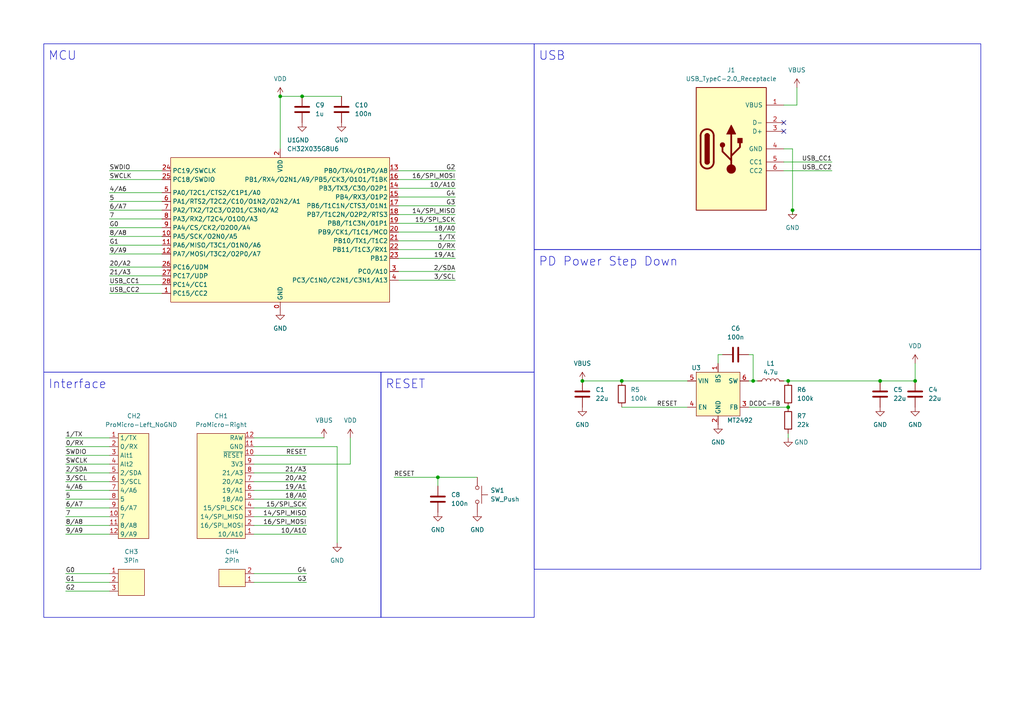
<source format=kicad_sch>
(kicad_sch (version 20230121) (generator eeschema)
  (paper "A4")
  (title_block (title "ch32x035 ProMicro") (date "2023-09-18") (rev "1.0.0") (company "@74th"))
  (lib_symbols
    (symbol "74th_Interface:2Pin"
      (property "Reference" "CH" (at 0 2.54 0))
      (property "Value" "2Pin" (at 0 5.08 0))
      (symbol "2Pin_0_1"
        (rectangle (start -3.81 1.27) (end 3.81 -3.81) (stroke (width 0.1524)) (fill (type background)))
      )
      (symbol "2Pin_1_1"
        (pin bidirectional line (at 6.35 0 180) (length 2.54) (name "") (number "1"))
        (pin bidirectional line (at 6.35 -2.54 180) (length 2.54) (name "") (number "2"))
      )
    )
    (symbol "74th_Interface:3Pin"
      (property "Reference" "CH" (at 0 2.54 0))
      (property "Value" "3Pin" (at 0 5.08 0))
      (symbol "3Pin_0_1"
        (rectangle (start -3.81 1.27) (end 3.81 -6.35) (stroke (width 0.1524)) (fill (type background)))
      )
      (symbol "3Pin_1_1"
        (pin bidirectional line (at 6.35 0 180) (length 2.54) (name "") (number "1"))
        (pin bidirectional line (at 6.35 -2.54 180) (length 2.54) (name "") (number "2"))
        (pin bidirectional line (at 6.35 -5.08 180) (length 2.54) (name "") (number "3"))
      )
    )
    (symbol "74th_Interface:ProMicro-Left_NoGND"
      (property "Reference" "CH" (at 0 12.7 0))
      (property "Value" "ProMicro-Left_NoGND" (at 0 15.24 0))
      (symbol "ProMicro-Left_NoGND_0_1"
        (rectangle (start -3.81 11.43) (end 5.08 -19.05) (stroke (width 0.1524)) (fill (type background)))
      )
      (symbol "ProMicro-Left_NoGND_1_1"
        (pin bidirectional line (at -6.35 10.16 0) (length 2.54) (name "1/TX") (number "1"))
        (pin bidirectional line (at -6.35 -12.7 0) (length 2.54) (name "7") (number "10"))
        (pin bidirectional line (at -6.35 -15.24 0) (length 2.54) (name "8/A8") (number "11"))
        (pin bidirectional line (at -6.35 -17.78 0) (length 2.54) (name "9/A9") (number "12"))
        (pin bidirectional line (at -6.35 7.62 0) (length 2.54) (name "0/RX") (number "2"))
        (pin bidirectional line (at -6.35 5.08 0) (length 2.54) (name "Alt1") (number "3"))
        (pin bidirectional line (at -6.35 2.54 0) (length 2.54) (name "Alt2") (number "4"))
        (pin bidirectional line (at -6.35 0 0) (length 2.54) (name "2/SDA") (number "5"))
        (pin bidirectional line (at -6.35 -2.54 0) (length 2.54) (name "3/SCL") (number "6"))
        (pin bidirectional line (at -6.35 -5.08 0) (length 2.54) (name "4/A6") (number "7"))
        (pin bidirectional line (at -6.35 -7.62 0) (length 2.54) (name "5") (number "8"))
        (pin bidirectional line (at -6.35 -10.16 0) (length 2.54) (name "6/A7") (number "9"))
      )
    )
    (symbol "74th_Interface:ProMicro-Right"
      (property "Reference" "CH" (at 0 12.7 0))
      (property "Value" "ProMicro-Right" (at 0 15.24 0))
      (symbol "ProMicro-Right_0_1"
        (rectangle (start -3.81 11.43) (end 10.16 -19.05) (stroke (width 0.1524)) (fill (type background)))
      )
      (symbol "ProMicro-Right_1_1"
        (pin bidirectional line (at 12.7 -17.78 180) (length 2.54) (name "10/A10") (number "1"))
        (pin input line (at 12.7 5.08 180) (length 2.54) (name "~{RESET}") (number "10"))
        (pin power_in line (at 12.7 7.62 180) (length 2.54) (name "GND") (number "11"))
        (pin power_in line (at 12.7 10.16 180) (length 2.54) (name "RAW") (number "12"))
        (pin bidirectional line (at 12.7 -15.24 180) (length 2.54) (name "16/SPI_MOSI") (number "2"))
        (pin bidirectional line (at 12.7 -12.7 180) (length 2.54) (name "14/SPI_MISO") (number "3"))
        (pin bidirectional line (at 12.7 -10.16 180) (length 2.54) (name "15/SPI_SCK") (number "4"))
        (pin bidirectional line (at 12.7 -7.62 180) (length 2.54) (name "18/A0") (number "5"))
        (pin bidirectional line (at 12.7 -5.08 180) (length 2.54) (name "19/A1") (number "6"))
        (pin bidirectional line (at 12.7 -2.54 180) (length 2.54) (name "20/A2") (number "7"))
        (pin bidirectional line (at 12.7 0 180) (length 2.54) (name "21/A3") (number "8"))
        (pin power_in line (at 12.7 2.54 180) (length 2.54) (name "3V3") (number "9"))
      )
    )
    (symbol "74th_Interface:USB_TypeC-2.0_Receptacle" (pin_names (offset 1.016))
      (property "Reference" "J" (at -10.16 19.05 0))
      (property "Value" "USB_TypeC-2.0_Receptacle" (at 15.24 19.05 0))
      (symbol "USB_TypeC-2.0_Receptacle_0_1"
        (rectangle (start -10.16 17.78) (end 10.16 -17.78) (stroke (width 0.254)) (fill (type background)))
        (arc (start -8.89 -3.81) (mid -6.985 -5.7067) (end -5.08 -3.81) (stroke (width 0.508)))
        (arc (start -7.62 -3.81) (mid -6.985 -4.4423) (end -6.35 -3.81) (stroke (width 0.254)))
        (arc (start -7.62 -3.81) (mid -6.985 -4.4423) (end -6.35 -3.81) (stroke (width 0.254)) (fill (type outline)))
        (rectangle (start -7.62 -3.81) (end -6.35 3.81) (stroke (width 0.254)) (fill (type outline)))
        (arc (start -6.35 3.81) (mid -6.985 4.4423) (end -7.62 3.81) (stroke (width 0.254)))
        (arc (start -6.35 3.81) (mid -6.985 4.4423) (end -7.62 3.81) (stroke (width 0.254)) (fill (type outline)))
        (arc (start -5.08 3.81) (mid -6.985 5.7067) (end -8.89 3.81) (stroke (width 0.508)))
        (circle (center -2.54 1.143) (radius 0.635) (stroke (width 0.254)) (fill (type outline)))
        (circle (center 0 -5.842) (radius 1.27) (fill (type outline)))
        (polyline (pts (xy -8.89 -3.81) (xy -8.89 3.81)) (stroke (width 0.508)))
        (polyline (pts (xy -5.08 3.81) (xy -5.08 -3.81)) (stroke (width 0.508)))
        (polyline (pts (xy 0 -5.842) (xy 0 4.318)) (stroke (width 0.508)))
        (polyline (pts (xy 0 -3.302) (xy -2.54 -0.762) (xy -2.54 0.508)) (stroke (width 0.508)))
        (polyline (pts (xy 0 -2.032) (xy 2.54 0.508) (xy 2.54 1.778)) (stroke (width 0.508)))
        (polyline (pts (xy -1.27 4.318) (xy 0 6.858) (xy 1.27 4.318) (xy -1.27 4.318)) (stroke (width 0.254)) (fill (type outline)))
        (rectangle (start 1.905 1.778) (end 3.175 3.048) (stroke (width 0.254)) (fill (type outline)))
      )
      (symbol "USB_TypeC-2.0_Receptacle_1_1"
        (pin power_out line (at 15.24 12.7 180) (length 5.08) (name "VBUS") (number "1"))
        (pin bidirectional line (at 15.24 7.62 180) (length 5.08) (name "D-") (number "2"))
        (pin bidirectional line (at 15.24 5.08 180) (length 5.08) (name "D+") (number "3"))
        (pin power_out line (at 15.24 0 180) (length 5.08) (name "GND") (number "4"))
        (pin input line (at 15.24 -3.81 180) (length 5.08) (name "CC1") (number "5"))
        (pin input line (at 15.24 -6.35 180) (length 5.08) (name "CC2") (number "6"))
      )
    )
    (symbol "74th_MCU:CH32X035G8U6"
      (property "Reference" "U" (at 13.97 3.81 0))
      (property "Value" "CH32X035G8U6" (at 22.86 -40.64 0))
      (symbol "CH32X035G8U6_0_1"
        (rectangle (start -31.75 2.54) (end 31.75 -39.37) (fill (type background)))
      )
      (symbol "CH32X035G8U6_1_1"
        (pin power_in line (at 0 -41.91 90) (length 2.54) (name "GND") (number "0"))
        (pin bidirectional line (at -34.29 -36.83 0) (length 2.54) (name "PC15/CC2") (number "1"))
        (pin bidirectional line (at -34.29 -20.32 0) (length 2.54) (name "PA5/SCK/O2N0/A5") (number "10"))
        (pin bidirectional line (at -34.29 -22.86 0) (length 2.54) (name "PA6/MISO/T3C1/O1N0/A6") (number "11"))
        (pin bidirectional line (at -34.29 -25.4 0) (length 2.54) (name "PA7/MOSI/T3C2/O2P0/A7") (number "12"))
        (pin bidirectional line (at 34.29 -1.27 180) (length 2.54) (name "PB0/TX4/O1P0/A8") (number "13"))
        (pin bidirectional line (at 34.29 -6.35 180) (length 2.54) (name "PB3/TX3/C3O/O2P1") (number "14"))
        (pin bidirectional line (at 34.29 -8.89 180) (length 2.54) (name "PB4/RX3/O1P2") (number "15"))
        (pin bidirectional line (at 34.29 -3.81 180) (length 2.54) (name "PB1/RX4/O2N1/A9/PB5/CK3/O1O1/T1BK") (number "16"))
        (pin bidirectional line (at 34.29 -11.43 180) (length 2.54) (name "PB6/T1C1N/CTS3/O1N1") (number "17"))
        (pin bidirectional line (at 34.29 -13.97 180) (length 2.54) (name "PB7/T1C2N/O2P2/RTS3") (number "18"))
        (pin bidirectional line (at 34.29 -16.51 180) (length 2.54) (name "PB8/T1C3N/O1P1") (number "19"))
        (pin power_in line (at 0 5.08 270) (length 2.54) (name "VDD") (number "2"))
        (pin bidirectional line (at 34.29 -19.05 180) (length 2.54) (name "PB9/CK1/T1C1/MCO") (number "20"))
        (pin bidirectional line (at 34.29 -21.59 180) (length 2.54) (name "PB10/TX1/T1C2") (number "21"))
        (pin bidirectional line (at 34.29 -24.13 180) (length 2.54) (name "PB11/T1C3/RX1") (number "22"))
        (pin bidirectional line (at 34.29 -26.67 180) (length 2.54) (name "PB12") (number "23"))
        (pin bidirectional line (at -34.29 -1.27 0) (length 2.54) (name "PC19/SWCLK") (number "24"))
        (pin bidirectional line (at -34.29 -3.81 0) (length 2.54) (name "PC18/SWDIO") (number "25"))
        (pin bidirectional line (at -34.29 -29.21 0) (length 2.54) (name "PC16/UDM") (number "26"))
        (pin bidirectional line (at -34.29 -31.75 0) (length 2.54) (name "PC17/UDP") (number "27"))
        (pin bidirectional line (at -34.29 -34.29 0) (length 2.54) (name "PC14/CC1") (number "28"))
        (pin bidirectional line (at 34.29 -30.48 180) (length 2.54) (name "PC0/A10") (number "3"))
        (pin bidirectional line (at 34.29 -33.02 180) (length 2.54) (name "PC3/C1N0/C2N1/C3N1/A13") (number "4"))
        (pin bidirectional line (at -34.29 -7.62 0) (length 2.54) (name "PA0/T2C1/CTS2/C1P1/A0") (number "5"))
        (pin bidirectional line (at -34.29 -10.16 0) (length 2.54) (name "PA1/RTS2/T2C2/C10/O1N2/O2N2/A1") (number "6"))
        (pin bidirectional line (at -34.29 -12.7 0) (length 2.54) (name "PA2/TX2/T2C3/O2O1/C3N0/A2") (number "7"))
        (pin bidirectional line (at -34.29 -15.24 0) (length 2.54) (name "PA3/RX2/T2C4/O1O0/A3") (number "8"))
        (pin bidirectional line (at -34.29 -17.78 0) (length 2.54) (name "PA4/CS/CK2/O2O0/A4") (number "9"))
      )
    )
    (symbol "74th_Passive:MT2492_Step-Down-DCDC-Converter"
      (property "Reference" "U" (at -6.35 -10.16 0))
      (property "Value" "MT2492" (at 5.08 -10.16 0))
      (symbol "MT2492_Step-Down-DCDC-Converter_1_1"
        (rectangle (start -6.35 3.81) (end 6.35 -8.89) (fill (type background)))
        (pin power_out line (at 0 6.35 270) (length 2.54) (name "BS") (number "1"))
        (pin power_in line (at 0 -11.43 90) (length 2.54) (name "GND") (number "2"))
        (pin input line (at 8.89 -6.35 180) (length 2.54) (name "FB") (number "3"))
        (pin input line (at -8.89 -6.35 0) (length 2.54) (name "EN") (number "4"))
        (pin power_in line (at -8.89 1.27 0) (length 2.54) (name "VIN") (number "5"))
        (pin power_out line (at 8.89 1.27 180) (length 2.54) (name "SW") (number "6"))
      )
    )
    (symbol "Device:C" (pin_numbers hide) (pin_names (offset 0.254))
      (property "Reference" "C" (at 0.635 2.54 0))
      (property "Value" "C" (at 0.635 -2.54 0))
      (symbol "C_0_1"
        (polyline (pts (xy -2.032 -0.762) (xy 2.032 -0.762)) (stroke (width 0.508)))
        (polyline (pts (xy -2.032 0.762) (xy 2.032 0.762)) (stroke (width 0.508)))
      )
      (symbol "C_1_1"
        (pin passive line (at 0 3.81 270) (length 2.794) (name "~") (number "1"))
        (pin passive line (at 0 -3.81 90) (length 2.794) (name "~") (number "2"))
      )
    )
    (symbol "Device:L" (pin_numbers hide) (pin_names (offset 1.016) hide)
      (property "Reference" "L" (at -1.27 0 90))
      (property "Value" "L" (at 1.905 0 90))
      (symbol "L_0_1"
        (arc (start 0 -2.54) (mid 0.6323 -1.905) (end 0 -1.27))
        (arc (start 0 -1.27) (mid 0.6323 -0.635) (end 0 0))
        (arc (start 0 0) (mid 0.6323 0.635) (end 0 1.27))
        (arc (start 0 1.27) (mid 0.6323 1.905) (end 0 2.54))
      )
      (symbol "L_1_1"
        (pin passive line (at 0 3.81 270) (length 1.27) (name "1") (number "1"))
        (pin passive line (at 0 -3.81 90) (length 1.27) (name "2") (number "2"))
      )
    )
    (symbol "Device:R" (pin_numbers hide) (pin_names (offset 0))
      (property "Reference" "R" (at 2.032 0 90))
      (property "Value" "R" (at 0 0 90))
      (symbol "R_0_1"
        (rectangle (start -1.016 -2.54) (end 1.016 2.54) (stroke (width 0.254)))
      )
      (symbol "R_1_1"
        (pin passive line (at 0 3.81 270) (length 1.27) (name "~") (number "1"))
        (pin passive line (at 0 -3.81 90) (length 1.27) (name "~") (number "2"))
      )
    )
    (symbol "Switch:SW_Push" (pin_numbers hide) (pin_names (offset 1.016) hide)
      (property "Reference" "SW" (at 1.27 2.54 0))
      (property "Value" "SW_Push" (at 0 -1.524 0))
      (symbol "SW_Push_0_1"
        (circle (center -2.032 0) (radius 0.508))
        (polyline (pts (xy 0 1.27) (xy 0 3.048)))
        (polyline (pts (xy 2.54 1.27) (xy -2.54 1.27)))
        (circle (center 2.032 0) (radius 0.508))
        (pin passive line (at -5.08 0 0) (length 2.54) (name "1") (number "1"))
        (pin passive line (at 5.08 0 180) (length 2.54) (name "2") (number "2"))
      )
    )
    (symbol "power:GND" (power) (pin_names (offset 0))
      (property "Value" "GND" (at 0 -3.81 0))
      (symbol "GND_0_1"
        (polyline (pts (xy 0 0) (xy 0 -1.27) (xy 1.27 -1.27) (xy 0 -2.54) (xy -1.27 -1.27) (xy 0 -1.27)))
      )
      (symbol "GND_1_1"
        (pin power_in line (at 0 0 270) (length 0) hide (name "GND") (number "1"))
      )
    )
    (symbol "power:VBUS" (power) (pin_names (offset 0))
      (property "Value" "VBUS" (at 0 3.81 0))
      (symbol "VBUS_0_1"
        (polyline (pts (xy -0.762 1.27) (xy 0 2.54)))
        (polyline (pts (xy 0 0) (xy 0 2.54)))
        (polyline (pts (xy 0 2.54) (xy 0.762 1.27)))
      )
      (symbol "VBUS_1_1"
        (pin power_in line (at 0 0 90) (length 0) hide (name "VBUS") (number "1"))
      )
    )
    (symbol "power:VDD" (power) (pin_names (offset 0))
      (property "Value" "VDD" (at 0 3.81 0))
      (symbol "VDD_0_1"
        (polyline (pts (xy -0.762 1.27) (xy 0 2.54)))
        (polyline (pts (xy 0 0) (xy 0 2.54)))
        (polyline (pts (xy 0 2.54) (xy 0.762 1.27)))
      )
      (symbol "VDD_1_1"
        (pin power_in line (at 0 0 90) (length 0) hide (name "VDD") (number "1"))
      )
    )
  )
  (junction (at 180.34 110.49))
  (junction (at 228.6 110.49))
  (junction (at 265.43 110.49))
  (junction (at 228.6 118.11))
  (junction (at 81.28 27.94))
  (junction (at 87.63 27.94))
  (junction (at 218.44 110.49))
  (junction (at 168.91 110.49))
  (junction (at 255.27 110.49))
  (junction (at 229.87 60.96))
  (junction (at 127 138.43))
  (no_connect (at 227.33 35.56))
  (no_connect (at 227.33 38.1))
  (wire (pts (xy 31.75 77.47) (xy 46.99 77.47)))
  (wire (pts (xy 227.33 30.48) (xy 231.14 30.48)))
  (wire (pts (xy 31.75 60.96) (xy 46.99 60.96)))
  (wire (pts (xy 180.34 118.11) (xy 199.39 118.11)))
  (wire (pts (xy 73.66 127) (xy 93.98 127)))
  (wire (pts (xy 127 138.43) (xy 138.43 138.43)))
  (wire (pts (xy 115.57 74.93) (xy 132.08 74.93)))
  (wire (pts (xy 31.75 52.07) (xy 46.99 52.07)))
  (wire (pts (xy 227.33 43.18) (xy 229.87 43.18)))
  (wire (pts (xy 115.57 52.07) (xy 132.08 52.07)))
  (wire (pts (xy 231.14 30.48) (xy 231.14 25.4)))
  (wire (pts (xy 227.33 46.99) (xy 241.3 46.99)))
  (wire (pts (xy 73.66 149.86) (xy 88.9 149.86)))
  (wire (pts (xy 115.57 67.31) (xy 132.08 67.31)))
  (wire (pts (xy 73.66 152.4) (xy 88.9 152.4)))
  (wire (pts (xy 180.34 110.49) (xy 199.39 110.49)))
  (wire (pts (xy 114.3 138.43) (xy 127 138.43)))
  (wire (pts (xy 265.43 105.41) (xy 265.43 110.49)))
  (wire (pts (xy 208.28 102.87) (xy 208.28 105.41)))
  (wire (pts (xy 228.6 110.49) (xy 255.27 110.49)))
  (wire (pts (xy 19.05 144.78) (xy 31.75 144.78)))
  (wire (pts (xy 265.43 110.49) (xy 255.27 110.49)))
  (wire (pts (xy 115.57 64.77) (xy 132.08 64.77)))
  (wire (pts (xy 115.57 62.23) (xy 132.08 62.23)))
  (wire (pts (xy 73.66 129.54) (xy 97.79 129.54)))
  (wire (pts (xy 73.66 154.94) (xy 88.9 154.94)))
  (wire (pts (xy 31.75 66.04) (xy 46.99 66.04)))
  (wire (pts (xy 115.57 49.53) (xy 132.08 49.53)))
  (wire (pts (xy 229.87 60.96) (xy 229.87 62.23)))
  (wire (pts (xy 31.75 58.42) (xy 46.99 58.42)))
  (wire (pts (xy 19.05 168.91) (xy 31.75 168.91)))
  (wire (pts (xy 217.17 118.11) (xy 228.6 118.11)))
  (wire (pts (xy 31.75 68.58) (xy 46.99 68.58)))
  (wire (pts (xy 115.57 81.28) (xy 132.08 81.28)))
  (wire (pts (xy 19.05 171.45) (xy 31.75 171.45)))
  (wire (pts (xy 19.05 134.62) (xy 31.75 134.62)))
  (wire (pts (xy 31.75 55.88) (xy 46.99 55.88)))
  (wire (pts (xy 101.6 134.62) (xy 101.6 127)))
  (wire (pts (xy 31.75 82.55) (xy 46.99 82.55)))
  (wire (pts (xy 31.75 80.01) (xy 46.99 80.01)))
  (wire (pts (xy 73.66 166.37) (xy 88.9 166.37)))
  (wire (pts (xy 87.63 27.94) (xy 99.06 27.94)))
  (wire (pts (xy 115.57 54.61) (xy 132.08 54.61)))
  (wire (pts (xy 73.66 134.62) (xy 101.6 134.62)))
  (wire (pts (xy 31.75 85.09) (xy 46.99 85.09)))
  (wire (pts (xy 115.57 69.85) (xy 132.08 69.85)))
  (wire (pts (xy 31.75 71.12) (xy 46.99 71.12)))
  (wire (pts (xy 115.57 78.74) (xy 132.08 78.74)))
  (wire (pts (xy 227.33 49.53) (xy 241.3 49.53)))
  (wire (pts (xy 218.44 110.49) (xy 219.71 110.49)))
  (wire (pts (xy 19.05 147.32) (xy 31.75 147.32)))
  (wire (pts (xy 227.33 110.49) (xy 228.6 110.49)))
  (wire (pts (xy 31.75 63.5) (xy 46.99 63.5)))
  (wire (pts (xy 218.44 102.87) (xy 218.44 110.49)))
  (wire (pts (xy 73.66 168.91) (xy 88.9 168.91)))
  (wire (pts (xy 19.05 139.7) (xy 31.75 139.7)))
  (wire (pts (xy 115.57 57.15) (xy 132.08 57.15)))
  (wire (pts (xy 168.91 110.49) (xy 180.34 110.49)))
  (wire (pts (xy 19.05 137.16) (xy 31.75 137.16)))
  (wire (pts (xy 19.05 152.4) (xy 31.75 152.4)))
  (wire (pts (xy 73.66 147.32) (xy 88.9 147.32)))
  (wire (pts (xy 97.79 129.54) (xy 97.79 157.48)))
  (wire (pts (xy 229.87 43.18) (xy 229.87 60.96)))
  (wire (pts (xy 19.05 154.94) (xy 31.75 154.94)))
  (wire (pts (xy 115.57 72.39) (xy 132.08 72.39)))
  (wire (pts (xy 19.05 142.24) (xy 31.75 142.24)))
  (wire (pts (xy 31.75 73.66) (xy 46.99 73.66)))
  (wire (pts (xy 115.57 59.69) (xy 132.08 59.69)))
  (wire (pts (xy 217.17 110.49) (xy 218.44 110.49)))
  (wire (pts (xy 81.28 27.94) (xy 81.28 43.18)))
  (wire (pts (xy 73.66 137.16) (xy 88.9 137.16)))
  (wire (pts (xy 73.66 144.78) (xy 88.9 144.78)))
  (wire (pts (xy 228.6 125.73) (xy 228.6 127)))
  (wire (pts (xy 73.66 132.08) (xy 88.9 132.08)))
  (wire (pts (xy 208.28 102.87) (xy 209.55 102.87)))
  (wire (pts (xy 81.28 27.94) (xy 87.63 27.94)))
  (wire (pts (xy 127 138.43) (xy 127 140.97)))
  (wire (pts (xy 73.66 142.24) (xy 88.9 142.24)))
  (wire (pts (xy 19.05 129.54) (xy 31.75 129.54)))
  (wire (pts (xy 19.05 127) (xy 31.75 127)))
  (wire (pts (xy 19.05 132.08) (xy 31.75 132.08)))
  (wire (pts (xy 19.05 149.86) (xy 31.75 149.86)))
  (wire (pts (xy 73.66 139.7) (xy 88.9 139.7)))
  (wire (pts (xy 217.17 102.87) (xy 218.44 102.87)))
  (wire (pts (xy 31.75 49.53) (xy 46.99 49.53)))
  (wire (pts (xy 19.05 166.37) (xy 31.75 166.37)))
  (rectangle (start 154.94 12.7) (end 284.48 72.39))
  (rectangle (start 154.94 72.39) (end 284.48 165.1))
  (rectangle (start 12.7 107.95) (end 110.49 179.07))
  (rectangle (start 12.7 12.7) (end 154.94 107.95))
  (rectangle (start 110.49 107.95) (end 154.94 179.07))
  (text "MCU" (at 13.97 17.78 0) (effects (font (size 2.54 2.54)) (justify left bottom)))
  (text "USB" (at 156.21 17.78 0) (effects (font (size 2.54 2.54)) (justify left bottom)))
  (text "PD Power Step Down" (at 156.21 77.47 0) (effects (font (size 2.54 2.54)) (justify left bottom)))
  (text "Interface" (at 13.97 113.03 0) (effects (font (size 2.54 2.54)) (justify left bottom)))
  (text "RESET" (at 111.76 113.03 0) (effects (font (size 2.54 2.54)) (justify left bottom)))
  (label "15{slash}SPI_SCK" (at 132.08 64.77 180))
  (label "G0" (at 31.75 66.04 0))
  (label "5" (at 19.05 144.78 0))
  (label "G3" (at 88.9 168.91 180))
  (label "2{slash}SDA" (at 19.05 137.16 0))
  (label "16{slash}SPI_MOSI" (at 132.08 52.07 180))
  (label "2{slash}SDA" (at 132.08 78.74 180))
  (label "8{slash}A8" (at 19.05 152.4 0))
  (label "3{slash}SCL" (at 19.05 139.7 0))
  (label "RESET" (at 88.9 132.08 180))
  (label "G2" (at 132.08 49.53 180))
  (label "20{slash}A2" (at 31.75 77.47 0))
  (label "SWDIO" (at 31.75 49.53 0))
  (label "USB_CC1" (at 241.3 46.99 180))
  (label "0{slash}RX" (at 132.08 72.39 180))
  (label "G1" (at 19.05 168.91 0))
  (label "USB_CC2" (at 31.75 85.09 0))
  (label "14{slash}SPI_MISO" (at 88.9 149.86 180))
  (label "4{slash}A6" (at 19.05 142.24 0))
  (label "7" (at 31.75 63.5 0))
  (label "19{slash}A1" (at 88.9 142.24 180))
  (label "DCDC-FB" (at 217.17 118.11 0))
  (label "1{slash}TX" (at 132.08 69.85 180))
  (label "20{slash}A2" (at 88.9 139.7 180))
  (label "G4" (at 132.08 57.15 180))
  (label "G1" (at 31.75 71.12 0))
  (label "RESET" (at 190.5 118.11 0))
  (label "18{slash}A0" (at 132.08 67.31 180))
  (label "21{slash}A3" (at 31.75 80.01 0))
  (label "19{slash}A1" (at 132.08 74.93 180))
  (label "0{slash}RX" (at 19.05 129.54 0))
  (label "SWDIO" (at 19.05 132.08 0))
  (label "10{slash}A10" (at 88.9 154.94 180))
  (label "15{slash}SPI_SCK" (at 88.9 147.32 180))
  (label "21{slash}A3" (at 88.9 137.16 180))
  (label "3{slash}SCL" (at 132.08 81.28 180))
  (label "5" (at 31.75 58.42 0))
  (label "G2" (at 19.05 171.45 0))
  (label "16{slash}SPI_MOSI" (at 88.9 152.4 180))
  (label "6{slash}A7" (at 31.75 60.96 0))
  (label "G4" (at 88.9 166.37 180))
  (label "10{slash}A10" (at 132.08 54.61 180))
  (label "1{slash}TX" (at 19.05 127 0))
  (label "14{slash}SPI_MISO" (at 132.08 62.23 180))
  (label "SWCLK" (at 31.75 52.07 0))
  (label "RESET" (at 114.3 138.43 0))
  (label "7" (at 19.05 149.86 0))
  (label "G0" (at 19.05 166.37 0))
  (label "USB_CC2" (at 241.3 49.53 180))
  (label "4{slash}A6" (at 31.75 55.88 0))
  (label "SWCLK" (at 19.05 134.62 0))
  (label "18{slash}A0" (at 88.9 144.78 180))
  (label "8{slash}A8" (at 31.75 68.58 0))
  (label "USB_CC1" (at 31.75 82.55 0))
  (label "G3" (at 132.08 59.69 180))
  (label "6{slash}A7" (at 19.05 147.32 0))
  (label "9{slash}A9" (at 31.75 73.66 0))
  (label "9{slash}A9" (at 19.05 154.94 0))
  (symbol (lib_id "power:VDD") (at 81.28 27.94 0) (unit 1)
    (property "Reference" "#PWR019" (effects hide))
    (property "Value" "VDD" (at 81.28 22.86 0))
  )
  (symbol (lib_id "power:GND") (at 229.87 60.96 0) (unit 1)
    (property "Reference" "#PWR04" (effects hide))
    (property "Value" "GND" (at 229.87 66.04 0))
  )
  (symbol (lib_id "power:GND") (at 255.27 118.11 0) (unit 1)
    (property "Reference" "#PWR011" (effects hide))
    (property "Value" "GND" (at 255.27 123.19 0))
  )
  (symbol (lib_id "Switch:SW_Push") (at 138.43 143.51 270) (unit 1)
    (property "Reference" "SW1" (at 142.24 142.24 90) (effects (justify left)))
    (property "Value" "SW_Push" (at 142.24 144.78 90) (effects (justify left)))
    (property "Footprint" "74th:PushButton_SKRPABE010" (effects hide))
  )
  (symbol (lib_id "Device:R") (at 180.34 114.3 0) (unit 1)
    (property "Reference" "R5" (at 182.88 113.03 0) (effects (justify left)))
    (property "Value" "100k" (at 182.88 115.57 0) (effects (justify left)))
    (property "Footprint" "74th:Register_0805_2012" (effects hide))
  )
  (symbol (lib_id "Device:C") (at 99.06 31.75 0) (unit 1)
    (property "Reference" "C10" (at 102.87 30.48 0) (effects (justify left)))
    (property "Value" "100n" (at 102.87 33.02 0) (effects (justify left)))
    (property "Footprint" "74th:Capacitor_0805_2012" (effects hide))
  )
  (symbol (lib_id "power:GND") (at 81.28 90.17 0) (unit 1)
    (property "Reference" "#PWR021" (effects hide))
    (property "Value" "GND" (at 81.28 95.25 0))
  )
  (symbol (lib_id "Device:R") (at 228.6 121.92 0) (unit 1)
    (property "Reference" "R7" (at 231.14 120.65 0) (effects (justify left)))
    (property "Value" "22k" (at 231.14 123.19 0) (effects (justify left)))
    (property "Footprint" "74th:Register_0805_2012" (effects hide))
  )
  (symbol (lib_id "power:GND") (at 87.63 35.56 0) (unit 1)
    (property "Reference" "#PWR027" (effects hide))
    (property "Value" "GND" (at 87.63 40.64 0))
  )
  (symbol (lib_id "Device:C") (at 87.63 31.75 0) (unit 1)
    (property "Reference" "C9" (at 91.44 30.48 0) (effects (justify left)))
    (property "Value" "1u" (at 91.44 33.02 0) (effects (justify left)))
    (property "Footprint" "74th:Capacitor_0805_2012" (effects hide))
  )
  (symbol (lib_id "74th_MCU:CH32X035G8U6") (at 81.28 48.26 0) (unit 1)
    (property "Reference" "U1" (at 83.2359 40.64 0) (effects (justify left)))
    (property "Value" "CH32X035G8U6" (at 83.2359 43.18 0) (effects (justify left)))
    (property "Footprint" "74th:QFN-28-1EP_4x4mm_P0.4mm_EP2.8x2.8mm" (effects hide))
    (property "Datasheet" "https://www.wch-ic.com/downloads/CH32X035DS0_PDF.html" (effects hide))
  )
  (symbol (lib_id "Device:R") (at 228.6 114.3 180) (unit 1)
    (property "Reference" "R6" (at 231.14 113.03 0) (effects (justify right)))
    (property "Value" "100k" (at 231.14 115.57 0) (effects (justify right)))
    (property "Footprint" "74th:Register_0805_2012" (effects hide))
  )
  (symbol (lib_id "74th_Interface:ProMicro-Right") (at 60.96 137.16 0) (unit 1)
    (property "Reference" "CH1" (at 64.135 120.65 0))
    (property "Value" "ProMicro-Right" (at 64.135 123.19 0))
    (property "Footprint" "74th:PinOut_ProMicro-LIKE_RIGHT" (effects hide))
  )
  (symbol (lib_id "Device:C") (at 168.91 114.3 0) (unit 1)
    (property "Reference" "C1" (at 172.72 113.03 0) (effects (justify left)))
    (property "Value" "22u" (at 172.72 115.57 0) (effects (justify left)))
    (property "Footprint" "74th:Capacitor_0805_2012" (effects hide))
  )
  (symbol (lib_id "power:VBUS") (at 168.91 110.49 0) (unit 1)
    (property "Reference" "#PWR05" (effects hide))
    (property "Value" "VBUS" (at 168.91 105.41 0))
  )
  (symbol (lib_id "Device:C") (at 127 144.78 0) (unit 1)
    (property "Reference" "C8" (at 130.81 143.51 0) (effects (justify left)))
    (property "Value" "100n" (at 130.81 146.05 0) (effects (justify left)))
    (property "Footprint" "74th:Capacitor_0805_2012" (effects hide))
  )
  (symbol (lib_id "Device:L") (at 223.52 110.49 90) (unit 1)
    (property "Reference" "L1" (at 223.52 105.41 90))
    (property "Value" "4.7u" (at 223.52 107.95 90))
    (property "Footprint" "74th:Register_0805_2012" (effects hide))
  )
  (symbol (lib_id "power:GND") (at 99.06 35.56 0) (unit 1)
    (property "Reference" "#PWR028" (effects hide))
    (property "Value" "GND" (at 99.06 40.64 0))
  )
  (symbol (lib_id "power:GND") (at 138.43 148.59 0) (unit 1)
    (property "Reference" "#PWR020" (effects hide))
    (property "Value" "GND" (at 138.43 153.67 0))
  )
  (symbol (lib_id "74th_Interface:USB_TypeC-2.0_Receptacle") (at 212.09 43.18 0) (unit 1)
    (property "Reference" "J1" (at 212.09 20.32 0))
    (property "Value" "USB_TypeC-2.0_Receptacle" (at 212.09 22.86 0))
    (property "Footprint" "74th:Connector_USB-C-Receptacle_SMT_12-Pin_Simple" (effects hide))
    (property "Datasheet" "https://www.usb.org/sites/default/files/documents/usb_type-c.zip" (effects hide))
  )
  (symbol (lib_id "power:GND") (at 127 148.59 0) (unit 1)
    (property "Reference" "#PWR023" (effects hide))
    (property "Value" "GND" (at 127 153.67 0))
  )
  (symbol (lib_id "Device:C") (at 265.43 114.3 0) (unit 1)
    (property "Reference" "C4" (at 269.24 113.03 0) (effects (justify left)))
    (property "Value" "22u" (at 269.24 115.57 0) (effects (justify left)))
    (property "Footprint" "74th:Capacitor_0805_2012" (effects hide))
  )
  (symbol (lib_id "power:VDD") (at 265.43 105.41 0) (unit 1)
    (property "Reference" "#PWR06" (effects hide))
    (property "Value" "VDD" (at 265.43 100.33 0))
  )
  (symbol (lib_id "Device:C") (at 213.36 102.87 270) (unit 1)
    (property "Reference" "C6" (at 213.36 95.25 90))
    (property "Value" "100n" (at 213.36 97.79 90))
    (property "Footprint" "74th:Capacitor_0805_2012" (effects hide))
  )
  (symbol (lib_id "power:GND") (at 208.28 123.19 0) (unit 1)
    (property "Reference" "#PWR014" (effects hide))
    (property "Value" "GND" (at 208.28 128.27 0))
  )
  (symbol (lib_id "power:GND") (at 265.43 118.11 0) (unit 1)
    (property "Reference" "#PWR012" (effects hide))
    (property "Value" "GND" (at 265.43 123.19 0))
  )
  (symbol (lib_id "power:GND") (at 97.79 157.48 0) (unit 1)
    (property "Reference" "#PWR018" (effects hide))
    (property "Value" "GND" (at 97.79 162.56 0))
  )
  (symbol (lib_id "power:GND") (at 168.91 118.11 0) (unit 1)
    (property "Reference" "#PWR07" (effects hide))
    (property "Value" "GND" (at 168.91 123.19 0))
  )
  (symbol (lib_id "74th_Interface:2Pin") (at 67.31 168.91 0) (mirror x) (unit 1)
    (property "Reference" "CH4" (at 67.31 160.02 0))
    (property "Value" "2Pin" (at 67.31 162.56 0))
    (property "Footprint" "74th:PinOut_2Pin" (effects hide))
  )
  (symbol (lib_id "power:GND") (at 228.6 127 0) (unit 1)
    (property "Reference" "#PWR013" (effects hide))
    (property "Value" "GND" (at 232.41 128.27 0))
  )
  (symbol (lib_id "power:VBUS") (at 231.14 25.4 0) (unit 1)
    (property "Reference" "#PWR01" (effects hide))
    (property "Value" "VBUS" (at 231.14 20.32 0))
  )
  (symbol (lib_id "74th_Interface:3Pin") (at 38.1 166.37 0) (mirror y) (unit 1)
    (property "Reference" "CH3" (at 38.1 160.02 0))
    (property "Value" "3Pin" (at 38.1 162.56 0))
    (property "Footprint" "74th:PinOut_3Pin" (effects hide))
  )
  (symbol (lib_id "power:VDD") (at 101.6 127 0) (unit 1)
    (property "Reference" "#PWR025" (effects hide))
    (property "Value" "VDD" (at 101.6 121.92 0))
  )
  (symbol (lib_id "Device:C") (at 255.27 114.3 0) (unit 1)
    (property "Reference" "C5" (at 259.08 113.03 0) (effects (justify left)))
    (property "Value" "22u" (at 259.08 115.57 0) (effects (justify left)))
    (property "Footprint" "74th:Capacitor_0805_2012" (effects hide))
  )
  (symbol (lib_id "power:VBUS") (at 93.98 127 0) (unit 1)
    (property "Reference" "#PWR017" (effects hide))
    (property "Value" "VBUS" (at 93.98 121.92 0))
  )
  (symbol (lib_id "74th_Interface:ProMicro-Left_NoGND") (at 38.1 137.16 0) (unit 1)
    (property "Reference" "CH2" (at 36.83 120.65 0) (effects (justify left)))
    (property "Value" "ProMicro-Left_NoGND" (at 30.48 123.19 0) (effects (justify left)))
    (property "Footprint" "74th:PinOut_ProMicro-LIKE_LEFT_NO-GND" (effects hide))
  )
  (symbol (lib_id "74th_Passive:MT2492_Step-Down-DCDC-Converter") (at 208.28 111.76 0) (unit 1)
    (property "Reference" "U3" (at 201.93 106.68 0))
    (property "Value" "MT2492" (at 214.63 121.92 0))
    (property "Footprint" "74th:Package_SOT-23-6" (effects hide))
  )
)
</source>
